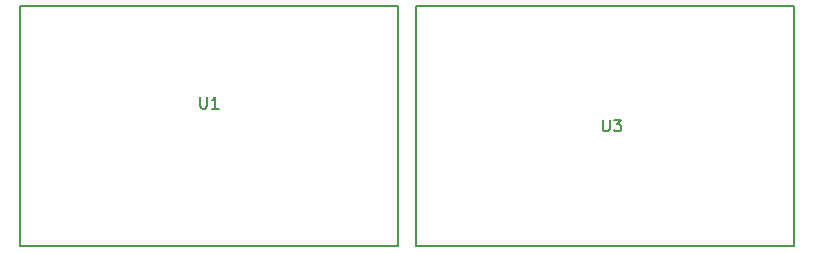
<source format=gbr>
G04 #@! TF.FileFunction,Legend,Top*
%FSLAX46Y46*%
G04 Gerber Fmt 4.6, Leading zero omitted, Abs format (unit mm)*
G04 Created by KiCad (PCBNEW 4.0.7) date 03/14/18 18:41:00*
%MOMM*%
%LPD*%
G01*
G04 APERTURE LIST*
%ADD10C,0.100000*%
%ADD11C,0.150000*%
G04 APERTURE END LIST*
D10*
D11*
X149299200Y-143560800D02*
X149299200Y-123260800D01*
X149299200Y-123260800D02*
X117299200Y-123260800D01*
X117299200Y-143560800D02*
X117299200Y-123260800D01*
X149299200Y-143560800D02*
X117299200Y-143560800D01*
X182827200Y-143560800D02*
X182827200Y-123260800D01*
X182827200Y-123260800D02*
X150827200Y-123260800D01*
X150827200Y-143560800D02*
X150827200Y-123260800D01*
X182827200Y-143560800D02*
X150827200Y-143560800D01*
X132537295Y-130922781D02*
X132537295Y-131732305D01*
X132584914Y-131827543D01*
X132632533Y-131875162D01*
X132727771Y-131922781D01*
X132918248Y-131922781D01*
X133013486Y-131875162D01*
X133061105Y-131827543D01*
X133108724Y-131732305D01*
X133108724Y-130922781D01*
X134108724Y-131922781D02*
X133537295Y-131922781D01*
X133823009Y-131922781D02*
X133823009Y-130922781D01*
X133727771Y-131065638D01*
X133632533Y-131160876D01*
X133537295Y-131208495D01*
X166624095Y-132853181D02*
X166624095Y-133662705D01*
X166671714Y-133757943D01*
X166719333Y-133805562D01*
X166814571Y-133853181D01*
X167005048Y-133853181D01*
X167100286Y-133805562D01*
X167147905Y-133757943D01*
X167195524Y-133662705D01*
X167195524Y-132853181D01*
X167576476Y-132853181D02*
X168195524Y-132853181D01*
X167862190Y-133234133D01*
X168005048Y-133234133D01*
X168100286Y-133281752D01*
X168147905Y-133329371D01*
X168195524Y-133424610D01*
X168195524Y-133662705D01*
X168147905Y-133757943D01*
X168100286Y-133805562D01*
X168005048Y-133853181D01*
X167719333Y-133853181D01*
X167624095Y-133805562D01*
X167576476Y-133757943D01*
M02*

</source>
